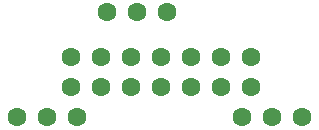
<source format=gbs>
G04 (created by PCBNEW (2013-may-18)-stable) date Пт 28 авг 2015 20:41:23*
%MOIN*%
G04 Gerber Fmt 3.4, Leading zero omitted, Abs format*
%FSLAX34Y34*%
G01*
G70*
G90*
G04 APERTURE LIST*
%ADD10C,0.00590551*%
%ADD11C,0.0629921*%
G04 APERTURE END LIST*
G54D10*
G54D11*
X52800Y-47000D03*
X52800Y-48000D03*
X54800Y-47000D03*
X54800Y-48000D03*
X53800Y-47000D03*
X53800Y-48000D03*
X49800Y-48000D03*
X49800Y-47000D03*
X51800Y-47000D03*
X51800Y-48000D03*
X50800Y-48000D03*
X50800Y-47000D03*
X48800Y-48000D03*
X48800Y-47000D03*
X50000Y-45500D03*
X51000Y-45500D03*
X52000Y-45500D03*
X47000Y-49000D03*
X48000Y-49000D03*
X49000Y-49000D03*
X56500Y-49000D03*
X55500Y-49000D03*
X54500Y-49000D03*
M02*

</source>
